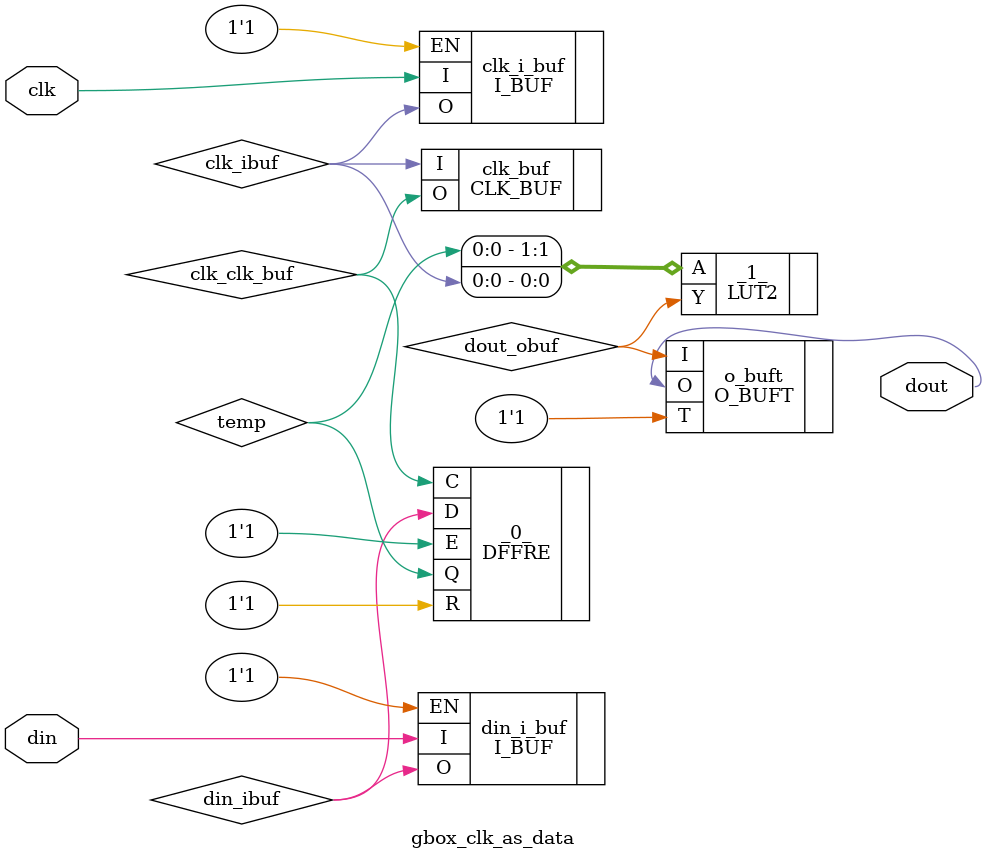
<source format=v>
/* Generated by Yosys 0.38 (git sha1 2b36bfab5, gcc 11.2.1 -fPIC -Os) */

module gbox_clk_as_data(clk, din, dout);
  input clk;
  input din;
  output dout;
  wire clk;
  wire clk_clk_buf;
  wire clk_ibuf;
  wire din;
  wire din_ibuf;
  wire dout;
  wire dout_obuf;
  wire temp;
  DFFRE _0_ (
    .C(clk_clk_buf),
    .D(din_ibuf),
    .E(1'b1),
    .Q(temp),
    .R(1'b1)
  );
  LUT2 #(
    .INIT_VALUE(4'b1000)
  ) _1_ (
    .A({ temp, clk_ibuf }),
    .Y(dout_obuf)
  );
  CLK_BUF clk_buf (
    .I(clk_ibuf),
    .O(clk_clk_buf)
  );
  I_BUF clk_i_buf (
    .EN(1'b1),
    .I(clk),
    .O(clk_ibuf)
  );
  I_BUF din_i_buf (
    .EN(1'b1),
    .I(din),
    .O(din_ibuf)
  );
  O_BUFT o_buft (
    .I(dout_obuf),
    .O(dout),
    .T(1'b1)
  );
endmodule

</source>
